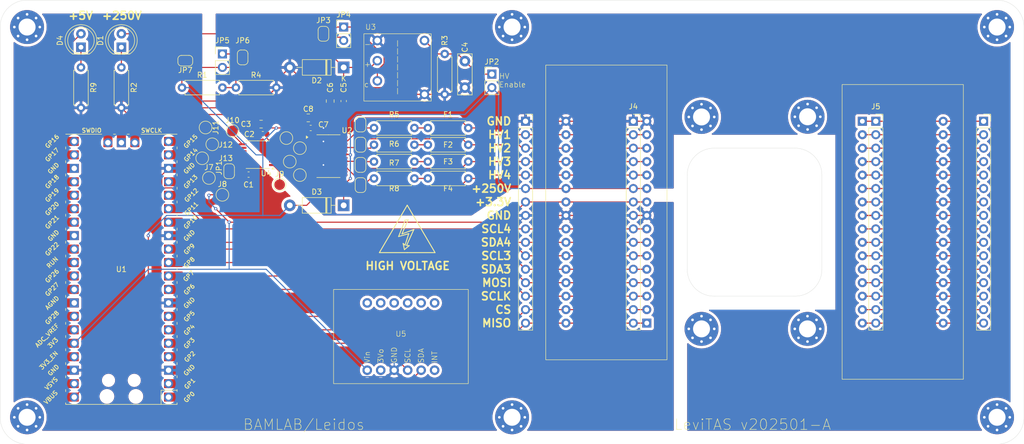
<source format=kicad_pcb>
(kicad_pcb (version 20240108) (generator "pcbnew") (generator_version "8.0")
  (layers (0 "F.Cu" signal) (31 "B.Cu" signal) (34 "B.Paste" user) (35 "F.Paste" user) (36 "B.SilkS" user "B.Silkscreen") (37 "F.SilkS" user "F.Silkscreen") (38 "B.Mask" user) (39 "F.Mask" user) (44 "Edge.Cuts" user))
  (net 0 "")
  (net 2 "Net-(JP2-A)")
  (net 3 "Net-(D1-K)")
  (net 4 "Net-(D4-K)")
  (net 5 "Net-(F1-Pad1)")
  (net 10 "Net-(F2-Pad1)")
  (net 11 "+3.3V")
  (net 14 "Net-(F3-Pad1)")
  (net 18 "Net-(F4-Pad1)")
  (net 20 "Net-(J7-Pin_1)")
  (net 21 "Net-(J9-Pin_1)")
  (net 22 "Net-(D2-K)")
  (net 23 "Net-(J10-Pin_1)")
  (net 32 "HV2")
  (net 34 "MOSI-m")
  (net 35 "+5V")
  (net 37 "SCLK-m")
  (net 38 "SDA4-d")
  (net 40 "SCL4-d")
  (net 42 "HV4")
  (net 43 "HV-")
  (net 44 "HV3")
  (net 45 "SCL-d")
  (net 46 "HV+")
  (net 48 "HV1")
  (net 49 "CS-d")
  (net 51 "DAC2")
  (net 52 "DAC1")
  (net 54 "SCLK-d")
  (net 56 "DAC3")
  (net 57 "DAC4")
  (net 58 "CS-m")
  (net 59 "Net-(D1-A)")
  (net 60 "MISO-d")
  (net 61 "Net-(JP5-B)")
  (net 62 "Net-(JP8-A)")
  (net 63 "Net-(JP9-A)")
  (net 64 "Net-(JP10-A)")
  (net 65 "SDA-d")
  (net 66 "MOSI-d")
  (net 67 "Net-(J2-Pin_2)")
  (net 68 "Net-(JP11-A)")
  (net 69 "Net-(J2-Pin_11)")
  (net 70 "Net-(J2-Pin_12)")
  (net 71 "Net-(J2-Pin_1)")
  (net 72 "Net-(J2-Pin_16)")
  (net 73 "Net-(J2-Pin_6)")
  (net 74 "Net-(J2-Pin_8)")
  (net 75 "Net-(J2-Pin_9)")
  (net 76 "Net-(J2-Pin_4)")
  (net 77 "Net-(J2-Pin_14)")
  (net 78 "Net-(J2-Pin_5)")
  (net 79 "Net-(J2-Pin_3)")
  (net 80 "Net-(J2-Pin_7)")
  (net 81 "Net-(J2-Pin_13)")
  (net 82 "Net-(J2-Pin_10)")
  (net 83 "Net-(J2-Pin_15)")
  (net 85 "SDA-m")
  (net 86 "SCL-m")
  (footprint "MountingHole:MountingHole_3.2mm_M3_Pad_Via" (layer "F.Cu") (at 241.3 132.08)
    (property "Reference" "REF**" (hide yes))
    (property "Value" "MountingHole_3.2mm_M3_Pad_Via" (hide yes))
  )
  (footprint "Resistor_THT:R_Axial_DIN0207_L6.3mm_D2.5mm_P7.62mm_Horizontal" (layer "F.Cu") (at 76.2 66.04 -90)
    (property "Reference" "R2")
    (property "Value" "220")
  )
  (footprint "Connector_PinHeader_2.54mm:PinHeader_1x02_P2.54mm_Vertical" (layer "F.Cu") (at 146.05 67.31)
    (property "Reference" "JP2")
    (property "Value" "Jumper_2_Bridged" (hide yes))
  )
  (footprint "Resistor_THT:R_Axial_DIN0207_L6.3mm_D2.5mm_P7.62mm_Horizontal" (layer "F.Cu") (at 133.985 86.995)
    (property "Reference" "F4")
    (property "Value" "Polyfuse" (hide yes))
  )
  (footprint "Resistor_THT:R_Axial_DIN0207_L6.3mm_D2.5mm_P7.62mm_Horizontal" (layer "F.Cu") (at 133.985 80.645)
    (property "Reference" "F2")
    (property "Value" "Polyfuse" (hide yes))
  )
  (footprint "Resistor_THT:R_Axial_DIN0207_L6.3mm_D2.5mm_P7.62mm_Horizontal" (layer "F.Cu") (at 133.985 77.47)
    (property "Reference" "F1")
    (property "Value" "Polyfuse" (hide yes))
  )
  (footprint "Resistor_THT:R_Axial_DIN0207_L6.3mm_D2.5mm_P7.62mm_Horizontal" (layer "F.Cu") (at 123.825 86.995)
    (property "Reference" "R8")
    (property "Value" "5k" (hide yes))
  )
  (footprint "Jumper:SolderJumper-2_P1.3mm_Open_RoundedPad1.0x1.5mm" (layer "F.Cu") (at 121.285 80.63 90)
    (property "Reference" "JP9" (hide yes))
    (property "Value" "SolderJumper_2_Open" (hide yes))
  )
  (footprint "MountingHole:MountingHole_3.2mm_M3_Pad_Via" (layer "F.Cu") (at 205.56 115.39)
    (property "Reference" "REF**" (hide yes))
    (property "Value" "MountingHole_3.2mm_M3_Pad_Via" (hide yes))
  )
  (footprint "TestPoint:TestPoint_Pad_D2.0mm" (layer "F.Cu") (at 91.44 83.185 90)
    (property "Reference" "J13")
    (property "Value" "Conn_01x01_Pin" (hide yes))
  )
  (footprint "Jumper:SolderJumper-2_P1.3mm_Bridged_RoundedPad1.0x1.5mm" (layer "F.Cu") (at 114.3 59.69 -90)
    (property "Reference" "JP3")
    (property "Value" "SolderJumper_2_Bridged" (hide yes))
  )
  (footprint "Capacitor_SMD:C_0805_2012Metric" (layer "F.Cu") (at 115.57 72.39 -90)
    (property "Reference" "C6")
    (property "Value" "4.7u")
  )
  (footprint "MountingHole:MountingHole_3.2mm_M3_Pad_Via" (layer "F.Cu") (at 185.58 75.39)
    (property "Reference" "REF**" (hide yes))
    (property "Value" "MountingHole_3.2mm_M3_Pad_Via" (hide yes))
  )
  (footprint "MountingHole:MountingHole_3.2mm_M3_Pad_Via" (layer "F.Cu") (at 241.3 58.42)
    (property "Reference" "REF**" (hide yes))
    (property "Value" "MountingHole_3.2mm_M3_Pad_Via" (hide yes))
  )
  (footprint "Jumper:SolderJumper-2_P1.3mm_Bridged_RoundedPad1.0x1.5mm" (layer "F.Cu") (at 88.25 64.77 180)
    (property "Reference" "JP7")
    (property "Value" "SolderJumper_2_Bridged" (hide yes))
  )
  (footprint "Jumper:SolderJumper-2_P1.3mm_Open_RoundedPad1.0x1.5mm" (layer "F.Cu") (at 121.285 88.25 -90)
    (property "Reference" "JP11" (hide yes))
    (property "Value" "SolderJumper_2_Open" (hide yes))
  )
  (footprint "Package_SO:TSSOP-24_4.4x7.8mm_P0.65mm" (layer "F.Cu") (at 115.2425 82.785)
    (property "Reference" "U2")
    (property "Value" "HV264")
  )
  (footprint "Capacitor_SMD:C_0603_1608Metric" (layer "F.Cu") (at 102.865 78.65 180)
    (property "Reference" "C2")
    (property "Value" "100n")
  )
  (footprint "TestPoint:TestPoint_Pad_D2.0mm" (layer "F.Cu") (at 107.31 79.375)
    (property "Reference" "J17" (hide yes))
    (property "Value" "Conn_01x01_Pin" (hide yes))
  )
  (footprint "MountingHole:MountingHole_3.2mm_M3_Pad_Via" (layer "F.Cu") (at 205.58 75.357056)
    (property "Reference" "REF**" (hide yes))
    (property "Value" "MountingHole_3.2mm_M3_Pad_Via" (hide yes))
  )
  (footprint "TestPoint:TestPoint_Pad_D2.0mm" (layer "F.Cu") (at 107.945 83.82)
    (property "Reference" "J15" (hide yes))
    (property "Value" "Conn_01x01_Pin" (hide yes))
  )
  (footprint "Capacitor_SMD:C_0805_2012Metric" (layer "F.Cu") (at 102.545 76.745 180)
    (property "Reference" "C3")
    (property "Value" "4.7u")
  )
  (footprint "Jumper:SolderJumper-2_P1.3mm_Open_RoundedPad1.0x1.5mm" (layer "F.Cu") (at 121.285 84.44 -90)
    (property "Reference" "JP10" (hide yes))
    (property "Value" "SolderJumper_2_Open" (hide yes))
  )
  (footprint "levitas_local_footprints:ZIF_socket" (layer "F.Cu") (at 223.52 95.25)
    (property "Reference" "J2" (hide yes))
    (property "Value" "zif_socket" (hide yes))
  )
  (footprint "MountingHole:MountingHole_3.2mm_M3_Pad_Via" (layer "F.Cu") (at 58.42 58.42)
    (property "Reference" "REF**" (hide yes))
    (property "Value" "MountingHole_3.2mm_M3_Pad_Via" (hide yes))
  )
  (footprint "TestPoint:TestPoint_Pad_D2.0mm" (layer "F.Cu") (at 109.85 81.28)
    (property "Reference" "J16" (hide yes))
    (property "Value" "Conn_01x01_Pin" (hide yes))
  )
  (footprint "Connector_PinHeader_2.54mm:PinHeader_1x02_P2.54mm_Vertical" (layer "F.Cu") (at 95.25 63.5)
    (property "Reference" "JP5")
    (property "Value" "Jumper_2_Open" (hide yes))
  )
  (footprint "levitas_local_footprints:ZIF_socket" (layer "F.Cu") (at 167.64 95.25 180)
    (property "Reference" "J1" (hide yes))
    (property "Value" "zif_socket" (hide yes))
  )
  (footprint "TestPoint:TestPoint_Pad_D2.0mm" (layer "F.Cu") (at 97.15 78.015)
    (property "Reference" "J10")
    (property "Value" "Conn_01x01_Pin" (hide yes))
  )
  (footprint "MountingHole:MountingHole_3.2mm_M3_Pad_Via" (layer "F.Cu") (at 58.42 132.08)
    (property "Reference" "REF**" (hide yes))
    (property "Value" "MountingHole_3.2mm_M3_Pad_Via" (hide yes))
  )
  (footprint "Connector_PinSocket_2.54mm:PinSocket_1x16_P2.54mm_Vertical" (layer "F.Cu") (at 172.72 76.2)
    (property "Reference" "J4")
    (property "Value" "Conn_01x16_Socket")
  )
  (footprint "Jumper:SolderJumper-2_P1.3mm_Open_RoundedPad1.0x1.5mm" (layer "F.Cu") (at 121.285 76.82 90)
    (property "Reference" "JP8" (hide yes))
    (property "Value" "SolderJumper_2_Open" (hide yes))
  )
  (footprint "Connector_PinSocket_2.54mm:PinSocket_1x16_P2.54mm_Vertical" (layer "F.Cu") (at 238.76 76.2)
    (property "Reference" "J6" (hide yes))
    (property "Value" "Conn_01x16_Socket" (hide yes))
  )
  (footprint "levitas_local_footprints:MPU-6050-breakout" (layer "F.Cu") (at 128.905 116.84)
    (property "Reference" "U5")
    (property "Value" "MPU-6050 breakout")
  )
  (footprint "Jumper:SolderJumper-2_P1.3mm_Bridged_RoundedPad1.0x1.5mm" (layer "F.Cu") (at 96.515 85.635 90)
    (property "Reference" "JP1")
    (property "Value" "SolderJumper_2_Bridged" (hide yes))
  )
  (footprint "Package_SO:TSSOP-14_4.4x5mm_P0.65mm" (layer "F.Cu") (at 101.9075 82.505 180)
    (property "Reference" "U4")
    (property "Value" "MAX5715" (hide yes))
  )
  (footprint "Connector_PinHeader_2.54mm:PinHeader_1x02_P2.54mm_Vertical" (layer "F.Cu") (at 118.11 58.42)
    (property "Reference" "JP4")
    (property "Value" "Jumper_2_Open" (hide yes))
  )
  (footprint "Resistor_THT:R_Axial_DIN0207_L6.3mm_D2.5mm_P7.62mm_Horizontal" (layer "F.Cu") (at 133.985 83.82)
    (property "Reference" "F3")
    (property "Value" "Polyfuse" (hide yes))
  )
  (footprint "Capacitor_SMD:C_0805_2012Metric" (layer "F.Cu") (at 111.44 75.565)
    (property "Reference" "C8")
    (property "Value" "4.7u")
  )
  (footprint "Resistor_THT:R_Axial_DIN0207_L6.3mm_D2.5mm_P7.62mm_Horizontal" (layer "F.Cu") (at 97.79 69.85)
    (property "Reference" "R4")
    (property "Value" "R_US")
  )
  (footprint "TestPoint:TestPoint_Pad_D2.0mm" (layer "F.Cu") (at 106.04 88.175)
    (property "Reference" "J9")
    (property "Value" "Conn_01x01_Pin" (hide yes))
  )
  (footprint "Connector_PinSocket_2.54mm:PinSocket_1x16_P2.54mm_Vertical" (layer "F.Cu") (at 218.44 76.2)
    (property "Reference" "J5")
    (property "Value" "Conn_01x16_Socket")
  )
  (footprint "Resistor_THT:R_Axial_DIN0207_L6.3mm_D2.5mm_P7.62mm_Horizontal" (layer "F.Cu") (at 137.16 63.5 -90)
    (property "Reference" "R3")
    (property "Value" "1M" (hide yes))
  )
  (footprint "LED_THT:LED_D5.0mm" (layer "F.Cu") (at 68.58 62.23 90)
    (property "Reference" "D4")
    (property "Value" "LED")
  )
  (footprint "Capacitor_SMD:C_0603_1608Metric" (layer "F.Cu") (at 111.895 77.47)
    (property "Reference" "C7")
    (property "Value" "100n")
  )
  (footprint "TestPoint:TestPoint_Pad_D2.0mm" (layer "F.Cu") (at 93.34 80.555 90)
    (property "Reference" "J12")
    (property "Value" "Conn_01x01_Pin" (hide yes))
  )
  (footprint "LED_THT:LED_D5.0mm" (layer "F.Cu") (at 76.2 62.23 90)
    (property "Reference" "D1")
    (property "Value" "LED")
  )
  (footprint "MountingHole:MountingHole_3.2mm_M3_Pad_Via" (layer "F.Cu") (at 149.86 58.42)
    (property "Reference" "REF**" (hide yes))
    (property "Value" "MountingHole_3.2mm_M3_Pad_Via" (hide yes))
  )
  (footprint "levitas_local_footprints:Q025-5C" (layer "F.Cu") (at 128.27 66.04)
    (property "Reference" "U3")
    (property "Value" "Q025-5C")
  )
  (footprint "Resistor_THT:R_Axial_DIN0207_L6.3mm_D2.5mm_P7.62mm_Horizontal" (layer "F.Cu") (at 87.63 69.85)
    (property "Reference" "R1")
    (property "Value" "R_US")
  )
  (footprint "Jumper:SolderJumper-2_P1.3mm_Bridged_RoundedPad1.0x1.5mm" (layer "F.Cu") (at 99.06 64.15 -90)
    (property "Reference" "JP6")
    (property "Value" "SolderJumper_2_Bridged" (hide yes))
  )
  (footprint "TestPoint:TestPoint_Pad_D2.0mm" (layer "F.Cu") (at 92.07 77.38 90)
    (property "Reference" "J11")
    (property "Value" "Conn_01x01_Pin" (hide yes))
  )
  (footprint "Resistor_THT:R_Axial_DIN0207_L6.3mm_D2.5mm_P7.62mm_Horizontal" (layer "F.Cu") (at 123.825 80.645)
    (property "Reference" "R6")
    (property "Value" "5k" (hide yes))
  )
  (footprint "MountingHole:MountingHole_3.2mm_M3_Pad_Via" (layer "F.Cu") (at 185.58 115.39)
    (property "Reference" "REF**" (hide yes))
    (property "Value" "MountingHole_3.2mm_M3_Pad_Via" (hide yes))
  )
  (footprint "MountingHole:MountingHole_3.2mm_M3_Pad_Via" (layer "F.Cu") (at 149.86 132.08)
    (property "Reference" "REF**" (hide yes))
    (property "Value" "MountingHole_3.2mm_M3_Pad_Via" (hide yes))
  )
  (footprint "levitas_local_footprints:RPi_Pico_SMD_TH" (layer "F.Cu") (at 76.2 104.14 180)
    (property "Reference" "U1")
    (property "Value" "Pico")
  )
  (footprint "Diode_THT:D_DO-41_SOD81_P10.16mm_Horizontal" (layer "F.Cu") (at 118.11 92.075 180)
    (property "Reference" "D3")
    (property "Value" "1N1004")
  )
  (footprint "Resistor_THT:R_Axial_DIN0207_L6.3mm_D2.5mm_P7.62mm_Horizontal" (layer "F.Cu") (at 123.825 77.47)
    (property "Reference" "R5")
    (property "Value" "5k" (hide yes))
  )
  (footprint "Capacitor_SMD:C_0603_1608Metric" (layer "F.Cu") (at 100.185 86.27)
    (property "Reference" "C1")
    (property "Value" "100n")
  )
  (footprint "Connector_PinSocket_2.54mm:PinSocket_1x16_P2.54mm_Vertical" (layer "F.Cu") (at 152.4 76.2)
    (property "Reference" "J3" (hide yes))
    (property "Value" "Conn_01x16_Socket" (hide yes))
  )
  (footprint "Capacitor_SMD:C_0603_1608Metric" (layer "F.Cu") (at 118.11 72.39 -90)
    (property "Reference" "C5")
    (property "Value" "100n")
  )
  (footprint "TestPoint:TestPoint_Pad_D2.0mm" (layer "F.Cu") (at 92.705 86.905)
    (property "Reference" "J7")
    (property "Value" "Conn_01x01_Pin" (hide yes))
  )
  (footprint "TestPoint:TestPoint_Pad_D2.0mm" (layer "F.Cu") (at 95.245 90.08)
    (property "Reference" "J8")
    (property "Value" "Conn_01x01_Pin" (hide yes))
  )
  (footprint "Resistor_THT:R_Axial_DIN0207_L6.3mm_D2.5mm_P7.62mm_Horizontal" (layer "F.Cu") (at 68.58 66.04 -90)
    (property "Reference" "R9")
    (property "Value" "220")
  )
  (footprint "Diode_THT:D_DO-41_SOD81_P10.16mm_Horizontal" (layer "F.Cu") (at 118.11 66.04 180)
    (property "Reference" "D2")
    (property "Value" "D")
  )
  (footprint "Resistor_THT:R_Axial_DIN0207_L6.3mm_D2.5mm_P7.62mm_Horizontal" (layer "F.Cu") (at 123.825 83.82)
    (property "Reference" "R7")
    (property "Value" "5k" (hide yes))
  )
  (footprint "Capacitor_THT:C_Disc_D7.5mm_W2.5mm_P5.00mm" (layer "F.Cu") (at 140.97 64.85 -90)
    (property "Reference" "C4")
    (property "Value" "10n" (hide yes))
  )
  (footprint "TestPoint:TestPoint_Pad_D2.0mm" (layer "F.Cu") (at 109.85 86.36)
    (property "Reference" "J14" (hide yes))
    (property "Value" "Conn_01x01_Pin" (hide yes))
  )
  (gr_line (start 129.094257 97.469707) (end 130.272919 94.811561) (stroke (width 0.18)) (layer "F.SilkS"))
  (gr_line (start 129.326302 99.277048) (end 129.563439 100.423364) (stroke (width 0.18)) (layer "F.SilkS"))
  (gr_line (start 135.338452 100.994778) (end 130.091547 100.994778) (stroke (width 0.18)) (layer "F.SilkS"))
  (gr_line (start 129.563439 100.423364) (end 130.475822 99.681844) (stroke (width 0.18)) (layer "F.SilkS"))
  (gr_line (start 129.690237 99.575236) (end 129.326302 99.277048) (stroke (width 0.18)) (layer "F.SilkS"))
  (gr_line (start 129.69309 94.860411) (end 128.473259 97.955305) (stroke (width 0.18)) (layer "F.SilkS"))
  (gr_line (start 129.973634 99.646294) (end 131.335756 96.645061) (stroke (width 0.18)) (layer "F.SilkS"))
  (gr_line (start 130.091547 100.994778) (end 124.844642 100.994778) (stroke (width 0.18)) (layer "F.SilkS"))
  (gr_line (start 130.091547 92.045222) (end 132.715 96.52) (stroke (width 0.18)) (layer "F.SilkS"))
  (gr_line (start 128.473259 97.955305) (end 130.378562 97.414758) (stroke (width 0.18)) (layer "F.SilkS"))
  (gr_line (start 124.844642 100.994778) (end 127.468095 96.52) (stroke (width 0.18)) (layer "F.SilkS"))
  (gr_line (start 127.468095 96.52) (end 130.091547 92.045222) (stroke (width 0.18)) (layer "F.SilkS"))
  (gr_line (start 131.335756 96.645061) (end 129.094257 97.469707) (stroke (width 0.18)) (layer "F.SilkS"))
  (gr_line (start 132.715 96.52) (end 135.338452 100.994778) (stroke (width 0.18)) (layer "F.SilkS"))
  (gr_line (start 130.475822 99.681844) (end 129.973634 99.646294) (stroke (width 0.18)) (layer "F.SilkS"))
  (gr_line (start 130.378562 97.414758) (end 129.690237 99.575236) (stroke (width 0.18)) (layer "F.SilkS"))
  (gr_line (start 130.272919 94.811561) (end 129.69309 94.860411) (stroke (width 0.18)) (layer "F.SilkS"))
  (gr_line (start 182.88 104.14) (end 182.88 86.36) (stroke (width 0.05)) (layer "Edge.Cuts"))
  (gr_arc (start 58.42 137.16) (mid 54.827898 135.672102) (end 53.34 132.08) (stroke (width 0.05)) (layer "Edge.Cuts"))
  (gr_arc (start 241.3 53.34) (mid 244.892102 54.827898) (end 246.38 58.42) (stroke (width 0.05)) (layer "Edge.Cuts"))
  (gr_arc (start 187.96 109.22) (mid 184.367898 107.732102) (end 182.88 104.14) (stroke (width 0.05)) (layer "Edge.Cuts"))
  (gr_line (start 187.96 81.28) (end 203.2 81.28) (stroke (width 0.05)) (layer "Edge.Cuts"))
  (gr_arc (start 203.2 81.28) (mid 206.792102 82.767898) (end 208.28 86.36) (stroke (width 0.05)) (layer "Edge.Cuts"))
  (gr_arc (start 182.88 86.36) (mid 184.367898 82.767898) (end 187.96 81.28) (stroke (width 0.05)) (layer "Edge.Cuts"))
  (gr_line (start 58.42 53.34) (end 241.3 53.34) (stroke (width 0.05)) (layer "Edge.Cuts"))
  (gr_line (start 208.28 86.36) (end 208.28 104.14) (stroke (width 0.05)) (layer "Edge.Cuts"))
  (gr_line (start 241.3 137.16) (end 58.42 137.16) (stroke (width 0.05)) (layer "Edge.Cuts"))
  (gr_arc (start 208.28 104.14) (mid 206.792102 107.732102) (end 203.2 109.22) (stroke (width 0.05)) (layer "Edge.Cuts"))
  (gr_line (start 246.38 58.42) (end 246.38 132.08) (stroke (width 0.05)) (layer "Edge.Cuts"))
  (gr_line (start 203.2 109.22) (end 187.96 109.22) (stroke (width 0.05)) (layer "Edge.Cuts"))
  (gr_arc (start 53.34 58.42) (mid 54.827898 54.827898) (end 58.42 53.34) (stroke (width 0.05)) (layer "Edge.Cuts"))
  (gr_line (start 53.34 58.42) (end 53.34 132.08) (stroke (width 0.05)) (layer "Edge.Cuts"))
  (gr_arc (start 246.38 132.08) (mid 244.892102 135.672102) (end 241.3 137.16) (stroke (width 0.05)) (layer "Edge.Cuts"))
  (gr_text "SCL4" (at 149.86 96.52 0) (layer "F.SilkS") (effects (font (size 1.5 1.5) (thickness 0.3) (bold yes)) (justify right)))
  (gr_text "HV1" (at 149.86 78.74 0) (layer "F.SilkS") (effects (font (size 1.5 1.5) (thickness 0.3) (bold yes)) (justify right)))
  (gr_text "+5V" (at 66.04 57.15 0) (layer "F.SilkS") (effects (font (size 1.5 1.5) (thickness 0.3) (bold yes)) (justify left bottom)))
  (gr_text "+250V" (at 149.86 88.9 0) (layer "F.SilkS") (effects (font (size 1.5 1.5) (thickness 0.3) (bold yes)) (justify right)))
  (gr_text "SCLK" (at 149.86 109.22 0) (layer "F.SilkS") (effects (font (size 1.5 1.5) (thickness 0.3) (bold yes)) (justify right)))
  (gr_text "+3.3V" (at 149.86 91.44 0) (layer "F.SilkS") (effects (font (size 1.5 1.5) (thickness 0.3) (bold yes)) (justify right)))
  (gr_text "SDA4" (at 149.86 99.06 0) (layer "F.SilkS") (effects (font (size 1.5 1.5) (thickness 0.3) (bold yes)) (justify right)))
  (gr_text "GND" (at 149.86 93.98 0) (layer "F.SilkS") (effects (font (size 1.5 1.5) (thickness 0.3) (bold yes)) (justify right)))
  (gr_text "LeviTAS v202501-A" (at 180.34 134.62 0) (layer "F.SilkS") (effects (font (size 2 2) (thickness 0.1)) (justify left bottom)))
  (gr_text "HV2" (at 149.86 81.28 0) (layer "F.SilkS") (effects (font (size 1.5 1.5) (thickness 0.3) (bold yes)) (justify right)))
  (gr_text "SDA3" (at 149.86 104.14 0) (layer "F.SilkS") (effects (font (size 1.5 1.5) (thickness 0.3) (bold yes)) (justify right)))
  (gr_text "+250V" (at 72.39 57.15 0) (layer "F.SilkS") (effects (font (size 1.5 1.5) (thickness 0.3) (bold yes)) (justify left bottom)))
  (gr_text "HIGH VOLTAGE" (at 130.175 103.505 0) (layer "F.SilkS") (effects (font (size 1.5 1.5) (thickness 0.3) (bold yes))))
  (gr_text "SCL3" (at 149.86 101.6 0) (layer "F.SilkS") (effects (font (size 1.5 1.5) (thickness 0.3) (bold yes)) (justify right)))
  (gr_text "HV4" (at 149.86 86.36 0) (layer "F.SilkS") (effects (font (size 1.5 1.5) (thickness 0.3) (bold yes)) (justify right)))
  (gr_text "BAMLAB/Leidos" (at 99.06 134.62 0) (layer "F.SilkS") (effects (font (size 2 2) (thickness 0.1)) (justify left bottom)))
  (gr_text "MISO" (at 149.86 114.3 0) (layer "F.SilkS") (effects (font (size 1.5 1.5) (thickness 0.3) (bold yes)) (justify right)))
  (gr_text "GND" (at 149.86 76.2 0) (layer "F.SilkS") (effects (font (size 1.5 1.5) (thickness 0.3) (bold yes)) (justify right)))
  (gr_text "CS" (at 149.86 111.76 0) (layer "F.SilkS") (effects (font (size 1.5 1.5) (thickness 0.3) (bold yes)) (justify right)))
  (gr_text "HV\nEnable" (at 147.38 69.88 0) (layer "F.SilkS") (effects (font (size 1 1) (thickness 0.1)) (justify left bottom)))
  (gr_text "MOSI" (at 149.86 106.68 0) (layer "F.SilkS") (effects (font (size 1.5 1.5) (thickness 0.3) (bold yes)) (justify right)))
  (gr_text "HV3" (at 149.86 83.82 0) (layer "F.SilkS") (effects (font (size 1.5 1.5) (thickness 0.3) (bold yes)) (justify right)))
  (segment (start 135.89 63.5) (end 137.16 63.5) (width 0.2) (layer "F.Cu") (net 2))
  (segment (start 140.97 64.85) (end 143.43 67.31) (width 0.2) (layer "F.Cu") (net 2))
  (segment (start 139.62 63.5) (end 140.97 64.85) (width 0.2) (layer "F.Cu") (net 2))
  (segment (start 137.16 63.5) (end 139.62 63.5) (width 0.2) (layer "F.Cu") (net 2))
  (segment (start 133.35 60.96) (end 135.89 63.5) (width 0.2) (layer "F.Cu") (net 2))
  (segment (start 143.43 67.31) (end 146.05 67.31) (width 0.2) (layer "F.Cu") (net 2))
  (segment (start 76.2 62.23) (end 76.2 66.04) (width 0.2) (layer "F.Cu") (net 3))
  (segment (start 68.58 62.23) (end 68.58 66.04) (width 0.2) (layer "F.Cu") (net 4))
  (segment (start 131.445 77.47) (end 133.985 77.47) (width 0.2) (layer "F.Cu") (net 5))
  (segment (start 131.445 80.645) (end 133.985 80.645) (width 0.2) (layer "F.Cu") (net 10))
  (segment (start 99.045 84.455) (end 99.045 83.805) (width 0.2) (layer "F.Cu") (net 11))
  (segment (start 96.515 88.81) (end 95.245 90.08) (width 0.2) (layer "F.Cu") (net 11))
  (segment (start 99.045 84.455) (end 97.215 86.285) (width 0.2) (layer "F.Cu") (net 11))
  (segment (start 160.02 91.44) (end 172.72 91.44) (width 0.2) (layer "F.Cu") (net 11))
  (segment (start 152.4 91.44) (end 148.59 95.25) (width 0.2) (layer "F.Cu") (net 11))
  (segment (start 152.4 91.44) (end 160.02 91.44) (width 0.2) (layer "F.Cu") (net 11))
  (segment (start 96.515 86.285) (end 96.515 88.81) (width 0.2) (layer "F.Cu") (net 11))
  (segment (start 99.045 85.905) (end 99.41 86.27) (width 0.2) (layer "F.Cu") (net 11))
  (segment (start 148.59 95.25) (end 96.52 95.25) (width 0.2) (layer "F.Cu") (net 11))
  (segment (start 172.72 91.44) (end 175.26 91.44) (width 0.2) (layer "F.Cu") (net 11))
  (segment (start 92.8 90.08) (end 95.245 90.08) (width 0.2) (layer "F.Cu") (net 11))
  (segment (start 99.045 84.455) (end 99.045 85.905) (width 0.2) (layer "F.Cu") (net 11))
  (segment (start 92.71 90.17) (end 92.8 90.08) (width 0.2) (layer "F.Cu") (net 11))
  (segment (start 97.215 86.285) (end 96.515 86.285) (width 0.2) (layer "F.Cu") (net 11))
  (segment (start 96.52 95.25) (end 93.98 92.71) (width 0.2) (layer "F.Cu") (net 11))
  (via (at 92.71 90.17) (size 0.6) (drill 0.3) (layers "F.Cu" "B.Cu") (net 11))
  (via (at 96.52 95.25) (size 0.6) (drill 0.3) (layers "F.Cu" "B.Cu") (net 11))
  (via (at 93.98 92.71) (size 0.6) (drill 0.3) (layers "F.Cu" "B.Cu") (net 11))
  (segment (start 67.31 118.11) (end 81.28 104.14) (width 0.2) (layer "B.Cu") (net 11))
  (segment (start 92.71 91.44) (end 92.71 90.17) (width 0.2) (layer "B.Cu") (net 11))
  (segment (start 96.52 104.14) (end 96.52 95.25) (width 0.2) (layer "B.Cu") (net 11))
  (segment (start 81.28 104.14) (end 96.52 104.14) (width 0.2) (layer "B.Cu") (net 11))
  (segment (start 96.52 104.14) (end 103.505 104.14) (width 0.2) (layer "B.Cu") (net 11))
  (segment (start 93.98 92.71) (end 92.71 91.44) (width 0.2) (layer "B.Cu") (net 11))
  (segment (start 103.505 104.14) (end 122.555 123.19) (width 0.2) (layer "B.Cu") (net 11))
  (segment (start 133.985 83.82) (end 131.445 83.82) (width 0.2) (layer "F.Cu") (net 14))
  (segment (start 131.445 86.995) (end 133.985 86.995) (width 0.2) (layer "F.Cu") (net 18))
  (segment (start 94.625 84.985) (end 92.705 86.905) (width 0.2) (layer "F.Cu") (net 20))
  (segment (start 96.515 84.985) (end 94.625 84.985) (width 0.2) (layer "F.Cu") (net 20))
  (segment (start 98.345 83.155) (end 96.515 84.985) (width 0.2) (layer "F.Cu") (net 20))
  (segment (start 99.045 83.155) (end 98.345 83.155) (width 0.2) (layer "F.Cu") (net 20))
  (segment (start 106.04 85.725) (end 106.04 88.175) (width 0.2) (layer "F.Cu") (net 21))
  (segment (start 104.77 84.455) (end 106.04 85.725) (width 0.2) (layer "F.Cu") (net 21))
  (segment (start 118.11 66.04) (end 118.11 68.9) (width 0.2) (layer "F.Cu") (net 22))
  (segment (start 115.745 71.615) (end 115.57 71.44) (width 0.2) (layer "F.Cu") (net 22))
  (segment (start 120.65 66.04) (end 121.92 67.31) (width 0.2) (layer "F.Cu") (net 22))
  (segment (start 99.06 63.5) (end 114.3 63.5) (width 0.2) (layer "F.Cu") (net 22))
  (segment (start 114.3 60.34) (end 114.3 63.5) (width 0.2) (layer "F.Cu") (net 22))
  (segment (start 114.3 63.5) (end 115.57 63.5) (width 0.2) (layer "F.Cu") (net 22))
  (segment (start 118.11 66.04) (end 120.65 66.04) (width 0.2) (layer "F.Cu") (net 22))
  (segment (start 115.57 63.5) (end 118.11 66.04) (width 0.2) (layer "F.Cu") (net 22))
  (segment (start 117.49 60.34) (end 118.11 60.96) (width 0.2) (layer "F.Cu") (net 22))
  (segment (start 118.11 71.615) (end 115.745 71.615) (width 0.2) (layer "F.Cu") (net 22))
  (segment (start 118.11 71.12) (end 121.92 67.31) (width 0.2) (layer "F.Cu") (net 22))
  (segment (start 114.3 60.34) (end 117.49 60.34) (width 0.2) (layer "F.Cu") (net 22))
  (segment (start 121.92 67.31) (end 124.46 64.77) (width 0.2) (layer "F.Cu") (net 22))
  (segment (start 118.11 71.615) (end 118.11 71.12) (width 0.2) (layer "F.Cu") (net 22))
  (segment (start 118.11 68.9) (end 115.57 71.44) (width 0.2) (layer "F.Cu") (net 22))
  (segment (start 99.06 63.5) (end 95.25 63.5) (width 0.2) (layer "F.Cu") (net 22))
  (segment (start 97.15 78.66) (end 99.045 80.555) (width 0.2) (layer "F.Cu") (net 23))
  (segment (start 97.15 78.015) (end 97.15 78.66) (width 0.2) (layer "F.Cu") (net 23))
  (segment (start 140.480504 79.520504) (end 141.605 80.645) (width 0.2) (layer "F.Cu") (net 32))
  (segment (start 152.4 81.28) (end 151.765 81.28) (width 0.2) (layer "F.Cu") (net 32))
  (segment (start 151.765 81.28) (end 151.13 80.645) (width 0.2) (layer "F.Cu") (net 32))
  (segment (start 172.72 81.28) (end 175.26 81.28) (width 0.2) (layer "F.Cu") (net 32))
  (segment (start 160.02 81.28) (end 172.72 81.28) (width 0.2) (layer "F.Cu") (net 32))
  (segment (start 152.4 81.28) (end 160.02 81.28) (width 0.2) (layer "F.Cu") (net 32))
  (segment (start 121.285 79.98) (end 121.744496 79.520504) (width 0.2) (layer "F.Cu") (net 32))
  (segment (start 121.744496 79.520504) (end 140.480504 79.520504) (width 0.2) (layer "F.Cu") (net 32))
  (segment (start 151.13 80.645) (end 141.605 80.645) (width 0.2) (layer "F.Cu") (net 32))
  (segment (start 99.045 81.205) (end 97.165 81.205) (width 0.2) (layer "F.Cu") (net 34))
  (segment (start 97.165 81.205) (end 94.61 78.65) (width 0.2) (layer "F.Cu") (net 34))
  (segment (start 93.34 78.65) (end 92.07 77.38) (width 0.2) (layer "F.Cu") (net 34))
  (segment (start 89.44 80.01) (end 85.09 80.01) (width 0.2) (layer "F.Cu") (net 34))
  (segment (start 92.07 77.38) (end 89.44 80.01) (width 0.2) (layer "F.Cu") (net 34))
  (segment (start 94.61 78.65) (end 93.34 78.65) (width 0.2) (layer "F.Cu") (net 34))
  (segment (start 68.58 59.69) (end 60.96 67.31) (width 0.2) (layer "F.Cu") (net 35))
  (segment (start 105.41 77.47) (end 108.585 77.47) (width 0.2) (layer "F.Cu") (net 35))
  (segment (start 65.75 128.27) (end 67.31 128.27) (width 0.2) (layer "F.Cu") (net 35))
  (segment (start 113.117499 82.46) (end 114.298749 81.278749) (width 0.2) (layer "F.Cu") (net 35))
  (segment (start 114.895 80.682498) (end 114.298749 81.278749) (width 0.2) (layer "F.Cu") (net 35))
  (segment (start 111.12 77.47) (end 112.36 78.71) (width 0.2) (layer "F.Cu") (net 35))
  (segment (start 104.22 77.47) (end 103.495 76.745) (width 0.2) (layer "F.Cu") (net 35))
  (segment (start 103.64 78.65) (end 103.64 79.425) (width 0.2) (layer "F.Cu") (net 35))
  (segment (start 112.38 82.46) (end 113.117499 82.46) (width 0.2) (layer "F.Cu") (net 35))
  (segment (start 81.28 114.3) (end 81.28 97.79) (width 0.2) (layer "F.Cu") (net 35))
  (segment (start 67.31 128.27) (end 81.28 114.3) (width 0.2) (layer "F.Cu") (net 35))
  (segment (start 60.96 123.48) (end 65.75 128.27) (width 0.2) (layer "F.Cu") (net 35))
  (segment (start 110.49 76.84) (end 111.12 77.47) (width 0.2) (layer "F.Cu") (net 35))
  (segment (start 60.96 67.31) (end 60.96 123.48) (width 0.2) (layer "F.Cu") (net 35))
  (segment (start 114.935 84.246471) (end 113.148529 82.46) (width 0.2) (layer "F.Cu") (net 35))
  (segment (start 112.36 78.71) (end 113.843529 78.71) (width 0.2) (layer "F.Cu") (net 35))
  (segment (start 103.64 79.425) (end 104.77 80.555) (width 0.2) (layer "F.Cu") (net 35))
  (segment (start 87.6 64.77) (end 87.6 69.82) (width 0.2) (layer "F.Cu") (net 35))
  (segment (start 111.125 92.075) (end 114.935 88.265) (width 0.2) (layer "F.Cu") (net 35))
  (segment (start 114.935 88.265) (end 114.935 84.246471) (width 0.2) (layer "F.Cu") (net 35))
  (segment (start 113.148529 82.46) (end 112.38 82.46) (width 0.2) (layer "F.Cu") (net 35))
  (segment (start 113.843529 78.71) (end 114.895 79.761471) (width 0.2) (layer "F.Cu") (net 35))
  (segment (start 110.49 75.565) (end 110.49 76.84) (width 0.2) (layer "F.Cu") (net 35))
  (segment (start 114.895 79.761471) (end 114.895 80.682498) (width 0.2) (layer "F.Cu") (net 35))
  (segment (start 105.41 77.47) (end 104.22 77.47) (width 0.2) (layer "F.Cu") (net 35))
  (segment (start 103.495 76.745) (end 103.495 78.505) (width 0.2) (layer "F.Cu") (net 35))
  (segment (start 107.95 92.075) (end 111.125 92.075) (width 0.2) (layer "F.Cu") (net 35))
  (segment (start 108.585 77.47) (end 110.49 75.565) (width 0.2) (layer "F.Cu") (net 35))
  (segment (start 87.6 69.82) (end 87.63 69.85) (width 0.2) (layer "F.Cu") (net 35))
  (segment (start 103.495 78.505) (end 103.64 78.65) (width 0.2) (layer "F.Cu") (net 35))
  (via (at 81.28 97.79) (size 0.6) (drill 0.3) (layers "F.Cu" "B.Cu") (net 35))
  (via (at 105.41 77.47) (size 0.6) (drill 0.3) (layers "F.Cu" "B.Cu") (net 35))
  (segment (start 88.9 69.85) (end 101.6 82.55) (width 0.2) (layer "B.Cu") (net 35))
  (segment (start 102.87 93.98) (end 102.87 82.55) (width 0.2) (layer "B.Cu") (net 35))
  (segment (start 81.28 97.79) (end 81.28 97.433654) (width 0.2) (layer "B.Cu") (net 35))
  (segment (start 87.63 69.85) (end 88.9 69.85) (width 0.2) (layer "B.Cu") (net 35))
  (segment (start 101.6 82.55) (end 102.87 82.55) (width 0.2) (layer "B.Cu") (net 35))
  (segment (start 102.87 82.55) (end 102.87 80.01) (width 0.2) (layer "B.Cu") (net 35))
  (segment (start 106.045 93.98) (end 107.95 92.075) (width 0.2) (layer "B.Cu") (net 35))
  (segment (start 84.733654 93.98) (end 102.87 93.98) (width 0.2) (layer "B.Cu") (net 35))
  (segment (start 81.28 97.433654) (end 84.733654 93.98) (width 0.2) (layer "B.Cu") (net 35))
  (segment (start 102.87 80.01) (end 105.41 77.47) (width 0.2) (layer "B.Cu") (net 35))
  (segment (start 102.87 93.98) (end 106.045 93.98) (width 0.2) (layer "B.Cu") (net 35))
  (segment (start 94.64 81.855) (end 93.34 80.555) (width 0.2) (layer "F.Cu") (net 37))
  (segment (start 99.045 81.855) (end 94.64 81.855) (width 0.2) (layer "F.Cu") (net 37))
  (segment (start 86.085 81.555) (end 85.09 82.55) (width 0.2) (layer "F.Cu") (net 37))
  (segment (start 93.34 80.555) (end 92.34 81.555) (width 0.2) (layer "F.Cu") (net 37))
  (segment (start 92.34 81.555) (end 86.085 81.555) (width 0.2) (layer "F.Cu") (net 37))
  (segment (start 160.02 99.06) (end 152.4 99.06) (width 0.2) (layer "F.Cu") (net 38))
  (segment (start 175.26 99.06) (end 172.72 99.06) (width 0.2) (layer "F.Cu") (net 38))
  (segment (start 88.9 95.25) (end 92.71 99.06) (width 0.2) (layer "F.Cu") (net 38))
  (segment (start 172.72 99.06) (end 160.02 99.06) (width 0.2) (layer "F.Cu") (net 38))
  (segment (start 85.09 95.25) (end 88.9 95.25) (width 0.2) (layer "F.Cu") (net 38))
  (segment (start 92.71 99.06) (end 152.4 99.06) (width 0.2) (layer "F.Cu") (net 38))
  (segment (start 152.4 96.52) (end 160.02 96.52) (width 0.2) (layer "F.Cu") (net 40))
  (segment (start 88.9 92.71) (end 92.71 96.52) (width 0.2) (layer "F.Cu") (net 40))
  (segment (start 92.71 96.52) (end 152.4 96.52) (width 0.2) (layer "F.Cu") (net 40))
  (segment (start 172.72 96.52) (end 175.26 96.52) (width 0.2) (layer "F.Cu") (net 40))
  (segment (start 85.09 92.71) (end 88.9 92.71) (width 0.2) (layer "F.Cu") (net 40))
  (segment (start 160.02 96.52) (end 172.72 96.52) (width 0.2) (layer "F.Cu") (net 40))
  (segment (start 144.78 86.36) (end 152.4 86.36) (width 0.2) (layer "F.Cu") (net 42))
  (segment (start 160.02 86.36) (end 172.72 86.36) (width 0.2) (layer "F.Cu") (net 42))
  (segment (start 172.72 86.36) (end 175.26 86.36) (width 0.2) (layer "F.Cu") (net 42))
  (segment (start 144.145 86.995) (end 144.78 86.36) (width 0.2) (layer "F.Cu") (net 42))
  (segment (start 121.285 88.9) (end 139.7 88.9) (width 0.2) (layer "F.Cu") (net 42))
  (segment (start 139.7 88.9) (end 141.605 86.995) (width 0.2) (layer "F.Cu") (net 42))
  (segment (start 141.605 86.995) (end 144.145 86.995) (width 0.2) (layer "F.Cu") (net 42))
  (segment (start 152.4 86.36) (end 160.02 86.36) (width 0.2) (layer "F.Cu") (net 42))
  (segment (start 88.78 88.78) (end 83.94 88.78) (width 0.2) (layer "F.Cu") (net 43))
  (segment (start 112.38 84.41) (end 114.25 84.41) (width 0.2) (layer "F.Cu") (net 43))
  (segment (start 68.58 73.66) (end 72.39 73.66) (width 0.2) (layer "F.Cu") (net 43))
  (segment (start 82.55 97.79) (end 82.55 110.49) (width 0.2) (layer "F.Cu") (net 43))
  (segment (start 172.72 76.2) (end 175.26 76.2) (width 0.2) (layer "F.Cu") (net 43))
  (segment (start 73.66 72.39) (end 102.87 72.39) (width 0.2) (layer "F.Cu") (net 43))
  (segment (start 113.66 81.052501) (end 113.66 81.351813) (width 0.2) (layer "F.Cu") (net 43))
  (segment (start 72.39 73.66) (end 73.66 72.39) (width 0.2) (layer "F.Cu") (net 43))
  (segment (start 96.52 74.93) (end 86.36 74.93) (width 0.2) (layer "F.Cu") (net 43))
  (segment (start 175.26 93.98) (end 172.72 93.98) (width 0.2) (layer "F.Cu") (net 43))
  (segment (start 91.38 91.38) (end 88.78 88.78) (width 0.2) (layer "F.Cu") (net 43))
  (segment (start 113.66 81.351813) (end 113.201813 81.81) (width 0.2) (layer "F.Cu") (net 43))
  (segment (start 113.4175 84.710001) (end 113.4175 85.409999) (width 0.2) (layer "F.Cu") (net 43))
  (segment (start 118.11 73.165) (end 118.605 73.165) (width 0.2) (layer "F.Cu") (net 43))
  (segment (start 124.46 60.96) (end 126.365 62.865) (width 0.2) (layer "F.Cu") (net 43))
  (segment (start 105.41 69.85) (end 105.41 72.93) (width 0.2) (layer "F.Cu") (net 43))
  (segment (start 109.841522 83.11) (end 112.38 83.11) (width 0.2) (layer "F.Cu") (net 43))
  (segment (start 102.09 78.65) (end 102.09 80.562499) (width 0.2) (layer "F.Cu") (net 43))
  (segment (start 116.2 77.539315) (end 122.619315 71.12) (width 0.2) (layer "F.Cu") (net 43))
  (segment (start 116.2 81.942499) (end 116.2 77.539315) (width 0.2) (layer "F.Cu") (net 43))
  (segment (start 114.25 84.41) (end 114.295 84.455) (width 0.2) (layer "F.Cu") (net 43))
  (segment (start 113.117499 84.41) (end 113.4175 84.710001) (width 0.2) (layer "F.Cu") (net 43))
  (segment (start 172.72 93.98) (end 160.02 93.98) (width 0.2) (layer "F.Cu") (net 43))
  (segment (start 82.55 80.01) (end 82.55 85.09) (width 0.2) (layer "F.Cu") (net 43))
  (segment (start 101.6 73.66) (end 97.79 73.66) (width 0.2) (layer "F.Cu") (net 43))
  (segment (start 104.77 82.505) (end 109.236522 82.505) (width 0.2) (layer "F.Cu") (net 43))
  (segment (start 82.55 85.09) (end 82.55 97.79) (width 0.2) (layer "F.Cu") (net 43))
  (segment (start 137.16 71.12) (end 139.7 71.12) (width 0.2) (layer "F.Cu") (net 43))
  (segment (start 113.201813 81.81) (end 112.38 81.81) (width 0.2) (layer "F.Cu") (net 43))
  (segment (start 100.96 86.27) (end 95.85 91.38) (width 0.2) (layer "F.Cu") (net 43))
  (segment (start 140.97 69.85) (end 147.32 76.2) (width 0.2) (layer "F.Cu") (net 43))
  (segment (start 109.236522 82.505) (end 109.841522 83.11) (width 0.2) (layer "F.Cu") (net 43))
  (segment (start 97.79 73.66) (end 96.52 74.93) (width 0.2) (layer "F.Cu") (net 43))
  (segment (start 152.4 76.2) (end 160.02 76.2) (width 0.2) (layer "F.Cu") (net 43))
  (segment (start 101.595 76.745) (end 101.595 78.155) (width 0.2) (layer "F.Cu") (net 43))
  (segment (start 112.38 80.51) (end 113.117499 80.51) (width 0.2) (layer "F.Cu") (net 43))
  (segment (start 147.32 76.2) (end 152.4 76.2) (width 0.2) (layer "F.Cu") (net 43))
  (segment (start 118.105 83.11) (end 117.367501 83.11) (width 0.2) (layer "F.Cu") (net 43))
  (segment (start 118.11 73.165) (end 115.745 73.165) (width 0.2) (layer "F.Cu") (net 43))
  (segment (start 112.39 77.19) (end 112.67 77.47) (width 0.2) (layer "F.Cu") (net 43))
  (segment (start 127 68.58) (end 127 64.77) (width 0.2) (layer "F.Cu") (net 43))
  (segment (start 76.2 73.66) (end 81.915 79.375) (width 0.2) (layer "F.Cu") (net 43))
  (segment (start 114.295 80.01) (end 114.295 80.417501) (width 0.2) (layer "F.Cu") (net 43))
  (segment (start 71.12 73.66) (end 73.66 71.12) (width 0.2) (layer "F.Cu") (net 43))
  (segment (start 115.25 73.34) (end 115.57 73.34) (width 0.2) (layer "F.Cu") (net 43))
  (segment (start 111.365 74.54) (end 112.39 75.565) (width 0.2) (layer "F.Cu") (net 43))
  (segment (start 121.92 69.85) (end 125.73 69.85) (width 0.2) (layer "F.Cu") (net 43))
  (segment (start 113.117499 80.51) (end 113.66 81.052501) (width 0.2) (layer "F.Cu") (net 43))
  (segment (start 81.915 79.375) (end 82.55 80.01) (width 0.2) (layer "F.Cu") (net 43))
  (segment (start 68.58 73.66) (end 71.12 73.66) (width 0.2) (layer "F.Cu") (net 43))
  (segment (start 68.58 73.66) (end 76.2 73.66) (width 0.2) (layer "F.Cu") (net 43))
  (segment (start 105.41 69.85) (end 101.6 73.66) (width 0.2) (layer "F.Cu") (net 43))
  (segment (start 105.41 72.93) (end 101.595 76.745) (width 0.2) (layer "F.Cu") (net 43))
  (segment (start 128.27 71.12) (end 133.35 71.12) (width 0.2) (layer "F.Cu") (net 43))
  (segment (start 139.7 71.12) (end 140.97 69.85) (width 0.2) (layer "F.Cu") (net 43))
  (segment (start 126.365 62.865) (end 127.635 64.135) (width 0.2) (layer "F.Cu") (net 43))
  (segment (start 102.87 72.39) (end 105.41 69.85) (width 0.2) (layer "F.Cu") (net 43))
  (segment (start 113.117499 85.71) (end 112.38 85.71) (width 0.2) (layer "F.Cu") (net 43))
  (segment (start 115.57 73.34) (end 114.615 73.34) (width 0.2) (layer "F.Cu") (net 43))
  (segment (start 107.95 66.04) (end 115.25 73.34) (width 0.2) (layer "F.Cu") (net 43))
  (segment (start 102.09 80.562499) (end 104.032501 82.505) (width 0.2) (layer "F.Cu") (net 43))
  (segment (start 127 64.77) (end 127.635 64.135) (width 0.2) (layer "F.Cu") (net 43))
  (segment (start 118.605 73.165) (end 121.92 69.85) (width 0.2) (layer "F.Cu") (net 43))
  (segment (start 86.36 74.93) (end 81.915 79.375) (width 0.2) (layer "F.Cu") (net 43))
  (segment (start 112.38 83.11) (end 113.117499 83.11) (width 0.2) (layer "F.Cu") (net 43))
  (segment (start 104.032501 82.505) (end 104.77 82.505) (width 0.2) (layer "F.Cu") (net 43))
  (segment (start 83.82 88.66) (end 83.82 86.36) (width 0.2) (layer "F.Cu") (net 43))
  (segment (start 160.02 76.2) (end 172.72 76.2) (width 0.2) (layer "F.Cu") (net 43))
  (segment (start 101.595 76.745) (end 103.8 74.54) (width 0.2) (layer "F.Cu") (net 43))
  (segment (start 82.55 123.19) (end 85.09 123.19) (width 0.2) (layer "F.Cu") (net 43))
  (segment (start 101.595 78.155) (end 102.09 78.65) (width 0.2) (layer "F.Cu") (net 43))
  (segment (start 113.117499 83.11) (end 113.4175 83.410001) (width 0.2) (layer "F.Cu") (net 43))
  (segment (start 76.2 73.66) (end 101.6 73.66) (width 0.2) (layer "F.Cu") (net 43))
  (segment (start 128.27 64.77) (end 128.27 71.12) (width 0.2) (layer "F.Cu") (net 43))
  (segment (start 133.35 71.12) (end 137.16 71.12) (width 0.2) (layer "F.Cu") (net 43))
  (segment (start 114.295 80.417501) (end 113.66 81.052501) (width 0.2) (layer "F.Cu") (net 43))
  (segment (start 127.635 64.135) (end 128.27 64.77) (width 0.2) (layer "F.Cu") (net 43))
  (segment (start 114.615 73.34) (end 112.39 75.565) (width 0.2) (layer "F.Cu") (net 43))
  (segment (start 95.85 91.38) (end 91.38 91.38) (width 0.2) (layer "F.Cu") (net 43))
  (segment (start 83.82 86.36) (end 85.09 85.09) (width 0.2) (layer "F.Cu") (net 43))
  (segment (start 125.73 69.85) (end 127 68.58) (width 0.2) (layer "F.Cu") (net 43))
  (segment (start 117.367501 83.11) (end 116.2 81.942499) (width 0.2) (layer "F.Cu") (net 43))
  (segment (start 122.619315 71.12) (end 128.27 71.12) (width 0.2) (layer "F.Cu") (net 43))
  (segment (start 105.41 69.85) (end 105.41 68.58) (width 0.2) (layer "F.Cu") (net 43))
  (segment (start 115.745 73.165) (end 115.57 73.34) (width 0.2) (layer "F.Cu") (net 43))
  (segment (start 82.55 97.79) (end 85.09 97.79) (width 0.2) (layer "F.Cu") (net 43))
  (segment (start 112.38 84.41) (end 113.117499 84.41) (width 0.2) (layer "F.Cu") (net 43))
  (segment (start 105.41 68.58) (end 107.95 66.04) (width 0.2) (layer "F.Cu") (net 43))
  (segment (start 113.4175 84.109999) (end 113.117499 84.41) (width 0.2) (layer "F.Cu") (net 43))
  (segment (start 103.8 74.54) (end 111.365 74.54) (width 0.2) (layer "F.Cu") (net 43))
  (segment (start 113.4175 83.410001) (end 113.4175 84.109999) (width 0.2) (layer "F.Cu") (net 43))
  (segment (start 114.3 77.47) (end 112.67 77.47) (width 0.2) (layer "F.Cu") (net 43))
  (segment (start 113.4175 85.409999) (end 113.117499 85.71) (width 0.2) (layer "F.Cu") (net 43))
  (segment (start 82.55 110.49) (end 82.55 123.19) (width 0.2) (layer "F.Cu") (net 43))
  (segment (start 112.39 75.565) (end 112.39 77.19) (width 0.2) (layer "F.Cu") (net 43))
  (segment (start 83.94 88.78) (end 83.82 88.66) (width 0.2) (layer "F.Cu") (net 43))
  (segment (start 152.4 93.98) (end 160.02 93.98) (width 0.2) (layer "F.Cu") (net 43))
  (segment (start 82.55 110.49) (end 85.09 110.49) (width 0.2) (layer "F.Cu") (net 43))
  (segment (start 85.09 85.09) (end 82.55 85.09) (width 0.2) (layer "F.Cu") (net 43))
  (via (at 114.295 80.01) (size 0.6) (drill 0.3) (layers "F.Cu" "B.Cu") (net 43))
  (via (at 114.295 84.455) (size 0.6) (drill 0.3) (layers "F.Cu" "B.Cu") (net 43))
  (via (at 114.3 77.47) (size 0.6) (drill 0.3) (layers "F.Cu" "B.Cu") (net 43))
  (segment (start 127.635 119.807057) (end 127.635 123.19) (width 0.2) (layer "B.Cu") (net 43))
  (segment (start 127.635 123.19) (end 126.435 124.39) (width 0.2) (layer "B.Cu") (net 43))
  (segment (start 139.7 106.68) (end 139.7 113.03) (width 0.2) (layer "B.Cu") (net 43))
  (segment (start 133.142057 114.3) (end 127.635 119.807057) (width 0.2) (layer "B.Cu") (net 43))
  (segment (start 139.7 113.03) (end 138.43 114.3) (width 0.2) (layer "B.Cu") (net 43))
  (segment (start 86.29 124.39) (end 85.09 123.19) (width 0.2) (layer "B.Cu") (net 43))
  (segment (start 152.4 93.98) (end 139.7 106.68) (width 0.2) (layer "B.Cu") (net 43))
  (segment (start 114.295 84.455) (end 114.295 80.01) (width 0.2) (layer "B.Cu") (net 43))
  (segment (start 138.43 114.3) (end 133.142057 114.3) (width 0.2) (layer "B.Cu") (net 43))
  (segment (start 67.31 123.19) (end 85.09 123.19) (width 0.2) (layer "B.Cu") (net 43))
  (segment (start 114.295 77.475) (end 114.3 77.47) (width 0.2) (layer "B.Cu") (net 43))
  (segment (start 114.295 80.01) (end 114.295 77.475) (width 0.2) (layer "B.Cu") (net 43))
  (segment (start 126.435 124.39) (end 86.29 124.39) (width 0.2) (layer "B.Cu") (net 43))
  (segment (start 152.4 83.82) (end 141.605 83.82) (width 0.2) (layer "F.Cu") (net 44))
  (segment (start 121.285 85.09) (end 140.335 85.09) (width 0.2) (layer "F.Cu") (net 44))
  (segment (start 172.72 83.82) (end 160.02 83.82) (width 0.2) (layer "F.Cu") (net 44))
  (segment (start 160.02 83.82) (end 152.4 83.82) (width 0.2) (layer "F.Cu") (net 44))
  (segment (start 175.26 83.82) (end 172.72 83.82) (width 0.2) (layer "F.Cu") (net 44))
  (segment (start 140.335 85.09) (end 141.605 83.82) (width 0.2) (layer "F.Cu") (net 44))
  (segment (start 152.4 101.6) (end 160.02 101.6) (width 0.2) (layer "F.Cu") (net 45))
  (segment (start 151.13 100.33) (end 152.4 101.6) (width 0.2) (layer "F.Cu") (net 45))
  (segment (start 160.02 101.6) (end 172.72 101.6) (width 0.2) (layer "F.Cu") (net 45))
  (segment (start 172.72 101.6) (end 175.26 101.6) (width 0.2) (layer "F.Cu") (net 45))
  (segment (start 85.09 100.33) (end 151.13 100.33) (width 0.2) (layer "F.Cu") (net 45))
  (segment (start 118.105 82.46) (end 119.29 82.46) (width 0.2) (layer "F.Cu") (net 46))
  (segment (start 119.29 82.46) (end 119.38 82.55) (width 0.2) (layer "F.Cu") (net 46))
  (segment (start 118.11 88.265) (end 118.11 92.075) (width 0.2) (layer "F.Cu") (net 46))
  (segment (start 172.72 88.9) (end 160.02 88.9) (width 0.2) (layer "F.Cu") (net 46))
  (segment (start 119.38 86.995) (end 118.11 88.265) (width 0.2) (layer "F.Cu") (net 46))
  (segment (start 160.02 88.9) (end 152.4 88.9) (width 0.2) (layer "F.Cu") (net 46))
  (segment (start 175.26 88.9) (end 172.72 88.9) (width 0.2) (layer "F.Cu") (net 46))
  (via (at 119.38 86.995) (size 0.6) (drill 0.3) (layers "F.Cu" "B.Cu") (net 46))
  (via (at 119.38 82.55) (size 0.6) (drill 0.3) (layers "F.Cu" "B.Cu") (net 46))
  (segment (start 147.32 71.12) (end 146.05 69.85) (width 0.2) (layer "B.Cu") (net 46))
  (segment (start 120.65 74.93) (end 119.38 76.2) (width 0.2) (layer "B.Cu") (net 46))
  (segment (start 146.05 69.85) (end 140.97 74.93) (width 0.2) (layer "B.Cu") (net 46))
  (segment (start 152.4 88.9) (end 148.59 88.9) (width 0.2) (layer "B.Cu") (net 46))
  (segment (start 119.38 76.2) (end 119.38 85.09) (width 0.2) (layer "B.Cu") (net 46))
  (segment (start 148.59 88.9) (end 147.32 87.63) (width 0.2) (layer "B.Cu") (net 46))
  (segment (start 147.32 87.63) (end 147.32 71.12) (width 0.2) (layer "B.Cu") (net 46))
  (segment (start 119.38 85.09) (end 119.38 86.995) (width 0.2) (layer "B.Cu") (net 46))
  (segment (start 140.97 74.93) (end 120.65 74.93) (width 0.2) (layer "B.Cu") (net 46))
  (segment (start 119.38 82.55) (end 119.38 85.09) (width 0.2) (layer "B.Cu") (net 46))
  (segment (start 160.02 78.74) (end 152.4 78.74) (width 0.2) (layer "F.Cu") (net 48))
  (segment (start 143.51 77.47) (end 144.78 78.74) (width 0.2) (layer "F.Cu") (net 48))
  (segment (start 175.26 78.74) (end 172.72 78.74) (width 0.2) (layer "F.Cu") (net 48))
  (segment (start 172.72 78.74) (end 160.02 78.74) (width 0.2) (layer "F.Cu") (net 48))
  (segment (start 144.78 78.74) (end 152.4 78.74) (width 0.2) (layer "F.Cu") (net 48))
  (segment (start 141.605 77.47) (end 143.51 77.47) (width 0.2) (layer "F.Cu") (net 48))
  (segment (start 121.89 75.565) (end 139.7 75.565) (width 0.2) (layer "F.Cu") (net 48))
  (segment (start 139.7 75.565) (end 141.605 77.47) (width 0.2) (layer "F.Cu") (net 48))
  (segment (start 121.285 76.17) (end 121.89 75.565) (width 0.2) (layer "F.Cu") (net 48))
  (segment (start 160.02 111.76) (end 172.72 111.76) (width 0.2) (layer "F.Cu") (net 49))
  (segment (start 151.13 113.03) (end 152.4 111.76) (width 0.2) (layer "F.Cu") (net 49))
  (segment (start 172.72 111.76) (end 175.26 111.76) (width 0.2) (layer "F.Cu") (net 49))
  (segment (start 152.4 111.76) (end 160.02 111.76) (width 0.2) (layer "F.Cu") (net 49))
  (segment (start 85.09 113.03) (end 151.13 113.03) (width 0.2) (layer "F.Cu") (net 49))
  (segment (start 109.275 81.855) (end 109.85 81.28) (width 0.2) (layer "F.Cu") (net 51))
  (segment (start 112.38 81.16) (end 109.97 81.16) (width 0.2) (layer "F.Cu") (net 51))
  (segment (start 104.77 81.855) (end 109.275 81.855) (width 0.2) (layer "F.Cu") (net 51))
  (segment (start 109.97 81.16) (end 109.85 81.28) (width 0.2) (layer "F.Cu") (net 51))
  (segment (start 105.48 81.205) (end 107.31 79.375) (width 0.2) (layer "F.Cu") (net 52))
  (segment (start 107.795 79.86) (end 112.38 79.86) (width 0.2) (layer "F.Cu") (net 52))
  (segment (start 104.77 81.205) (end 105.507499 81.205) (width 0.2) (layer "F.Cu") (net 52))
  (segment (start 107.31 79.375) (end 107.795 79.86) (width 0.2) (layer "F.Cu") (net 52))
  (segment (start 104.77 81.205) (end 105.48 81.205) (width 0.2) (layer "F.Cu") (net 52))
  (segment (start 160.02 109.22) (end 152.4 109.22) (width 0.2) (layer "F.Cu") (net 54))
  (segment (start 175.26 109.22) (end 172.72 109.22) (width 0.2) (layer "F.Cu") (net 54))
  (segment (start 151.13 107.95) (end 152.4 109.22) (width 0.2) (layer "F.Cu") (net 54))
  (segment (start 85.09 107.95) (end 151.13 107.95) (width 0.2) (layer "F.Cu") (net 54))
  (segment (start 172.72 109.22) (end 160.02 109.22) (width 0.2) (layer "F.Cu") (net 54))
  (segment (start 105.425956 83.155) (end 104.77 83.155) (width 0.2) (layer "F.Cu") (net 56))
  (segment (start 108.005 83.76) (end 107.945 83.82) (width 0.2) (layer "F.Cu") (net 56))
  (segment (start 104.77 83.155) (end 107.28 83.155) (width 0.2) (layer "F.Cu") (net 56))
  (segment (start 112.38 83.76) (end 108.005 83.76) (width 0.2) (layer "F.Cu") (net 56))
  (segment (start 107.28 83.155) (end 107.945 83.82) (width 0.2) (layer "F.Cu") (net 56))
  (segment (start 105.507499 83.805) (end 108.062499 86.36) (width 0.2) (layer "F.Cu") (net 57))
  (segment (start 104.77 83.805) (end 105.51027 83.805) (width 0.2) (layer "F.Cu") (net 57))
  (segment (start 111.15 85.06) (end 109.85 86.36) (width 0.2) (layer "F.Cu") (net 57))
  (segment (start 112.38 85.06) (end 111.15 85.06) (width 0.2) (layer "F.Cu") (net 57))
  (segment (start 108.062499 86.36) (end 109.85 86.36) (width 0.2) (layer "F.Cu") (net 57))
  (segment (start 104.77 83.805) (end 105.507499 83.805) (width 0.2) (layer "F.Cu") (net 57))
  (segment (start 92.115 82.505) (end 91.435 83.185) (width 0.2) (layer "F.Cu") (net 58))
  (segment (start 86.995 87.63) (end 85.09 87.63) (width 0.2) (layer "F.Cu") (net 58))
  (segment (start 91.44 83.185) (end 86.995 87.63) (width 0.2) (layer "F.Cu") (net 58))
  (segment (start 99.045 82.505) (end 92.115 82.505) (width 0.2) (layer "F.Cu") (net 58))
  (segment (start 125.73 65.335686) (end 125.73 63.927057) (width 0.2) (layer "F.Cu") (net 59))
  (segment (start 116.22 59.04) (end 114.3 59.04) (width 0.2) (layer "F.Cu") (net 59))
  (segment (start 125.73 63.927057) (end 120.222943 58.42) (width 0.2) (layer "F.Cu") (net 59))
  (segment (start 118.11 58.42) (end 116.84 58.42) (width 0.2) (layer "F.Cu") (net 59))
  (segment (start 113.65 59.04) (end 113 59.69) (width 0.2) (layer "F.Cu") (net 59))
  (segment (start 114.3 59.04) (end 113.65 59.04) (width 0.2) (layer "F.Cu") (net 59))
  (segment (start 113 59.69) (end 76.2 59.69) (width 0.2) (layer "F.Cu") (net 59))
  (segment (start 116.84 58.42) (end 116.22 59.04) (width 0.2) (layer "F.Cu") (net 59))
  (segment (start 124.46 66.605686) (end 125.73 65.335686) (width 0.2) (layer "F.Cu") (net 59))
  (segment (start 120.222943 58.42) (end 118.11 58.42) (width 0.2) (layer "F.Cu") (net 59))
  (segment (start 124.46 68.58) (end 124.46 66.605686) (width 0.2) (layer "F.Cu") (net 59))
  (segment (start 160.02 114.3) (end 152.4 114.3) (width 0.2) (layer "F.Cu") (net 60))
  (segment (start 175.26 114.3) (end 172.72 114.3) (width 0.2) (layer "F.Cu") (net 60))
  (segment (start 172.72 114.3) (end 160.02 114.3) (width 0.2) (layer "F.Cu") (net 60))
  (segment (start 151.13 115.57) (end 152.4 114.3) (width 0.2) (layer "F.Cu") (net 60))
  (segment (start 85.09 115.57) (end 151.13 115.57) (width 0.2) (layer "F.Cu") (net 60))
  (segment (start 96.52 66.04) (end 97.76 64.8) (width 0.2) (layer "F.Cu") (net 61))
  (segment (start 95.25 66.04) (end 96.52 66.04) (width 0.2) (layer "F.Cu") (net 61))
  (segment (start 95.25 69.85) (end 97.79 69.85) (width 0.2) (layer "F.Cu") (net 61))
  (segment (start 97.79 69.85) (end 97.79 66.07) (width 0.2) (layer "F.Cu") (net 61))
  (segment (start 90.17 66.04) (end 95.25 66.04) (width 0.2) (layer "F.Cu") (net 61))
  (segment (start 99.03 64.77) (end 99.06 64.8) (width 0.2) (layer "F.Cu") (net 61))
  (segment (start 88.9 64.77) (end 90.17 66.04) (width 0.2) (layer "F.Cu") (net 61))
  (segment (start 97.76 64.8) (end 99.06 64.8) (width 0.2) (layer "F.Cu") (net 61))
  (segment (start 97.79 66.07) (end 99.06 64.8) (width 0.2) (layer "F.Cu") (net 61))
  (segment (start 123.825 77.47) (end 121.285 77.47) (width 0.2) (layer "F.Cu") (net 62))
  (segment (start 118.895 79.86) (end 121.285 77.47) (width 0.2) (layer "F.Cu") (net 62))
  (segment (start 118.105 80.51) (end 118.105 79.86) (width 0.2) (layer "F.Cu") (net 62))
  (segment (start 118.105 79.86) (end 118.895 79.86) (width 0.2) (layer "F.Cu") (net 62))
  (segment (start 118.105 81.81) (end 118.105 81.16) (width 0.2) (layer "F.Cu") (net 63))
  (segment (start 121.165 81.16) (end 121.285 81.28) (width 0.2) (layer "F.Cu") (net 63))
  (segment (start 123.825 80.645) (end 123.19 81.28) (width 0.2) (layer "F.Cu") (net 63))
  (segment (start 118.105 81.16) (end 121.165 81.16) (width 0.2) (layer "F.Cu") (net 63))
  (segment (start 123.19 81.28) (end 121.285 81.28) (width 0.2) (layer "F.Cu") (net 63))
  (segment (start 118.105 83.76) (end 121.255 83.76) (width 0.2) (layer "F.Cu") (net 64))
  (segment (start 123.825 83.82) (end 121.315 83.82) (width 0.2) (layer "F.Cu") (net 64))
  (segment (start 121.315 83.82) (end 121.285 83.79) (width 0.2) (layer "F.Cu") (net 64))
  (segment (start 118.105 83.76) (end 118.105 84.41) (width 0.2) (layer "F.Cu") (net 64))
  (segment (start 121.255 83.76) (end 121.285 83.79) (width 0.2) (layer "F.Cu") (net 64))
  (segment (start 85.09 102.87) (end 151.13 102.87) (width 0.2) (layer "F.Cu") (net 65))
  (segment (start 151.13 102.87) (end 152.4 104.14) (width 0.2) (layer "F.Cu") (net 65))
  (segment (start 172.72 104.14) (end 160.02 104.14) (width 0.2) (layer "F.Cu") (net 65))
  (segment (start 175.26 104.14) (end 172.72 104.14) (width 0.2) (layer "F.Cu") (net 65))
  (segment (start 160.02 104.14) (end 152.4 104.14) (width 0.2) (layer "F.Cu") (net 65))
  (segment (start 151.13 105.41) (end 152.4 106.68) (width 0.2) (layer "F.Cu") (net 66))
  (segment (start 160.02 106.68) (end 172.72 106.68) (width 0.2) (layer "F.Cu") (net 66))
  (segment (start 85.09 105.41) (end 151.13 105.41) (width 0.2) (layer "F.Cu") (net 66))
  (segment (start 152.4 106.68) (end 160.02 106.68) (width 0.2) (layer "F.Cu") (net 66))
  (segment (start 172.72 106.68) (end 175.26 106.68) (width 0.2) (layer "F.Cu") (net 66))
  (segment (start 231.14 78.74) (end 218.44 78.74) (width 0.2) (layer "F.Cu") (net 67))
  (segment (start 218.44 78.74) (end 215.9 78.74) (width 0.2) (layer "F.Cu") (net 67))
  (segment (start 238.76 78.74) (end 231.14 78.74) (width 0.2) (layer "F.Cu") (net 67))
  (segment (start 123.19 86.995) (end 122.585 87.6) (width 0.2) (layer "F.Cu") (net 68))
  (segment (start 118.105 85.06) (end 118.105 85.71) (width 0.2) (layer "F.Cu") (net 68))
  (segment (start 122.585 87.6) (end 121.285 87.6) (width 0.2) (layer "F.Cu") (net 68))
  (segment (start 123.825 86.995) (end 123.19 86.995) (width 0.2) (layer "F.Cu") (net 68))
  (segment (start 118.105 85.06) (end 118.745 85.06) (width 0.2) (layer "F.Cu") (net 68))
  (segment (start 118.745 85.06) (end 121.285 87.6) (width 0.2) (layer "F.Cu") (net 68))
  (segment (start 231.14 101.6) (end 238.76 101.6) (width 0.2) (layer "F.Cu") (net 69))
  (segment (start 215.9 101.6) (end 218.44 101.6) (width 0.2) (layer "F.Cu") (net 69))
  (segment (start 218.44 101.6) (end 231.14 101.6) (width 0.2) (layer "F.Cu") (net 69))
  (segment (start 238.76 104.14) (end 231.14 104.14) (width 0.2) (layer "F.Cu") (net 70))
  (segment (start 231.14 104.14) (end 218.44 104.14) (width 0.2) (layer "F.Cu") (net 70))
  (segment (start 218.44 104.14) (end 215.9 104.14) (width 0.2) (layer "F.Cu") (net 70))
  (segment (start 215.9 76.2) (end 218.44 76.2) (width 0.2) (layer "F.Cu") (net 71))
  (segment (start 218.44 76.2) (end 231.14 76.2) (width 0.2) (layer "F.Cu") (net 71))
  (segment (start 231.14 76.2) (end 238.76 76.2) (width 0.2) (layer "F.Cu") (net 71))
  (segment (start 231.14 114.3) (end 238.76 114.3) (width 0.2) (layer "F.Cu") (net 72))
  (segment (start 215.9 114.3) (end 218.44 114.3) (width 0.2) (layer "F.Cu") (net 72))
  (segment (start 218.44 114.3) (end 231.14 114.3) (width 0.2) (layer "F.Cu") (net 72))
  (segment (start 231.14 88.9) (end 218.44 88.9) (width 0.2) (layer "F.Cu") (net 73))
  (segment (start 215.9 88.9) (end 218.44 88.9) (width 0.2) (layer "F.Cu") (net 73))
  (segment (start 238.76 88.9) (end 231.14 88.9) (width 0.2) (layer "F.Cu") (net 73))
  (segment (start 231.14 93.98) (end 215.9 93.98) (width 0.2) (layer "F.Cu") (net 74))
  (segment (start 238.76 93.98) (end 231.14 93.98) (width 0.2) (layer "F.Cu") (net 74))
  (segment (start 218.44 93.98) (end 215.9 93.98) (width 0.2) (layer "F.Cu") (net 74))
  (segment (start 218.44 96.52) (end 231.14 96.52) (width 0.2) (layer "F.Cu") (net 75))
  (segment (start 231.14 96.52) (end 238.76 96.52) (width 0.2) (layer "F.Cu") (net 75))
  (segment (start 215.9 96.52) (end 218.44 96.52) (width 0.2) (layer "F.Cu") (net 75))
  (segment (start 218.44 83.82) (end 215.9 83.82) (width 0.2) (layer "F.Cu") (net 76))
  (segment (start 238.76 83.82) (end 231.14 83.82) (width 0.2) (layer "F.Cu") (net 76))
  (segment (start 231.14 83.82) (end 218.44 83.82) (width 0.2) (layer "F.Cu") (net 76))
  (segment (start 218.44 109.22) (end 231.14 109.22) (width 0.2) (layer "F.Cu") (net 77))
  (segment (start 231.14 109.22) (end 238.76 109.22) (width 0.2) (layer "F.Cu") (net 77))
  (segment (start 215.9 109.22) (end 218.44 109.22) (width 0.2) (layer "F.Cu") (net 77))
  (segment (start 231.14 86.36) (end 238.76 86.36) (width 0.2) (layer "F.Cu") (net 78))
  (segment (start 218.44 86.36) (end 231.14 86.36) (width 0.2) (layer "F.Cu") (net 78))
  (segment (start 215.9 86.36) (end 218.44 86.36) (width 0.2) (layer "F.Cu") (net 78))
  (segment (start 231.14 81.28) (end 238.76 81.28) (width 0.2) (layer "F.Cu") (net 79))
  (segment (start 218.44 81.28) (end 231.14 81.28) (width 0.2) (layer "F.Cu") (net 79))
  (segment (start 215.9 81.28) (end 218.44 81.28) (width 0.2) (layer "F.Cu") (net 79))
  (segment (start 215.9 91.44) (end 218.44 91.44) (width 0.2) (layer "F.Cu") (net 80))
  (segment (start 231.14 91.44) (end 238.76 91.44) (width 0.2) (layer "F.Cu") (net 80))
  (segment (start 218.44 91.44) (end 231.14 91.44) (width 0.2) (layer "F.Cu") (net 80))
  (segment (start 231.14 106.68) (end 238.76 106.68) (width 0.2) (layer "F.Cu") (net 81))
  (segment (start 218.44 106.68) (end 231.14 106.68) (width 0.2) (layer "F.Cu") (net 81))
  (segment (start 215.9 106.68) (end 218.44 106.68) (width 0.2) (layer "F.Cu") (net 81))
  (segment (start 218.44 99.06) (end 215.9 99.06) (width 0.2) (layer "F.Cu") (net 82))
  (segment (start 238.76 99.06) (end 231.14 99.06) (width 0.2) (layer "F.Cu") (net 82))
  (segment (start 231.14 99.06) (end 218.44 99.06) (width 0.2) (layer "F.Cu") (net 82))
  (segment (start 218.44 111.76) (end 215.9 111.76) (width 0.2) (layer "F.Cu") (net 83))
  (segment (start 231.14 111.76) (end 218.44 111.76) (width 0.2) (layer "F.Cu") (net 83))
  (segment (start 238.76 111.76) (end 231.14 111.76) (width 0.2) (layer "F.Cu") (net 83))
  (segment (start 85.09 120.65) (end 116.84 120.65) (width 0.2) (layer "F.Cu") (net 85))
  (segment (start 116.84 120.65) (end 121.92 125.73) (width 0.2) (layer "F.Cu") (net 85))
  (segment (start 121.92 125.73) (end 130.175 125.73) (width 0.2) (layer "F.Cu") (net 85))
  (segment (start 130.175 125.73) (end 132.715 123.19) (width 0.2) (layer "F.Cu") (net 85))
  (segment (start 125.095 118.11) (end 130.175 123.19) (width 0.2) (layer "F.Cu") (net 86))
  (segment (start 85.09 118.11) (end 125.095 118.11) (width 0.2) (layer "F.Cu") (net 86))
  (zone (net 43) (net_name "HV-") (layer "F.Cu") (connect_pads (clearance 0.5)) (min_thickness 0.25) (fill yes (thermal_gap 0.5) (thermal_bridge_width 0.5))
    (polygon (pts (xy 93.98 55.88) (xy 93.98 73.66) (xy 114.3 93.98) (xy 142.24 93.98) (xy 149.86 88.9) (xy 180.34 88.9) (xy 180.34 78.74) (xy 210.82 78.74) (xy 210.82 134.62) (xy 243.84 134.62) (xy 243.84 55.88)))
  )
  (zone (net 43) (net_name "HV-") (layer "F.Cu") (priority 1) (connect_pads (clearance 0.5)) (min_thickness 0.25) (fill yes (thermal_gap 0.5) (thermal_bridge_width 0.5))
    (polygon (pts (xy 91.44 55.88) (xy 55.88 55.88) (xy 55.88 134.62) (xy 180.34 134.62) (xy 180.34 91.44) (xy 149.86 91.44) (xy 142.24 96.52) (xy 114.3 96.52) (xy 91.44 73.66)))
  )
  (zone (net 43) (net_name "HV-") (layer "F.Cu") (priority 2) (connect_pads (clearance 0.5)) (min_thickness 0.25) (fill yes (thermal_gap 0.5) (thermal_bridge_width 0.5))
    (polygon (pts (xy 210.82 111.76) (xy 182.88 111.76) (xy 182.88 134.62) (xy 210.82 134.62)))
  )
  (zone (net 43) (net_name "HV-") (layer "B.Cu") (priority 4) (connect_pads (clearance 0.5)) (min_thickness 0.25) (fill yes (thermal_gap 0.5) (thermal_bridge_width 0.5))
    (polygon (pts (xy 93.98 55.88) (xy 93.98 73.66) (xy 114.3 93.98) (xy 142.24 93.98) (xy 149.86 88.9) (xy 180.34 88.9) (xy 180.34 78.74) (xy 210.82 78.74) (xy 210.82 111.76) (xy 182.88 111.76) (xy 182.88 134.62) (xy 243.84 134.62) (xy 243.84 55.88)))
  )
  (zone (net 43) (net_name "HV-") (layer "B.Cu") (priority 3) (connect_pads (clearance 0.5)) (min_thickness 0.25) (fill yes (thermal_gap 0.5) (thermal_bridge_width 0.5))
    (polygon (pts (xy 91.44 55.88) (xy 55.88 55.88) (xy 55.88 134.62) (xy 180.34 134.62) (xy 180.34 91.44) (xy 149.86 91.44) (xy 142.24 96.52) (xy 114.3 96.52) (xy 91.44 73.66)))
  )
)
</source>
